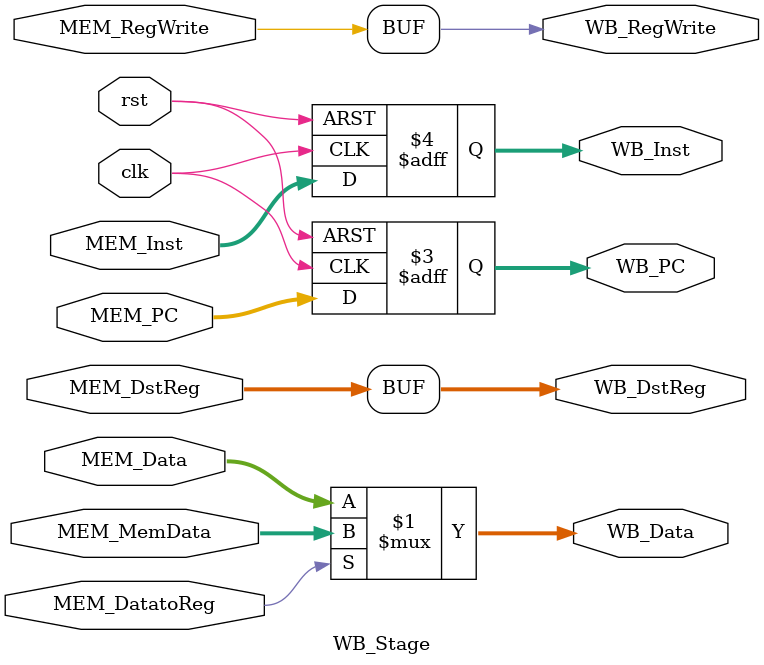
<source format=v>
module WB_Stage
(
    input clk,
    input rst,
    input [31:0] MEM_MemData,
    input [4:0] MEM_DstReg,
    input MEM_RegWrite,
    input [31:0] MEM_Data,
    input MEM_DatatoReg,
    input [31:0] MEM_PC,
    input [31:0] MEM_Inst,
    output WB_RegWrite,
    output [4:0] WB_DstReg,
    output [31:0] WB_Data,
    output reg [31:0] WB_PC,
    output reg [31:0] WB_Inst
);

assign WB_Data = MEM_DatatoReg?MEM_MemData:MEM_Data;
assign WB_RegWrite = MEM_RegWrite;
assign WB_DstReg = MEM_DstReg;

always @(posedge clk or posedge rst)
begin
    if(rst)
    begin
        WB_PC <= 32'd0;
        WB_Inst <= 32'd0;
    end
    else
    begin
        WB_PC <= MEM_PC;
        WB_Inst <= MEM_Inst;
    end
end

endmodule

</source>
